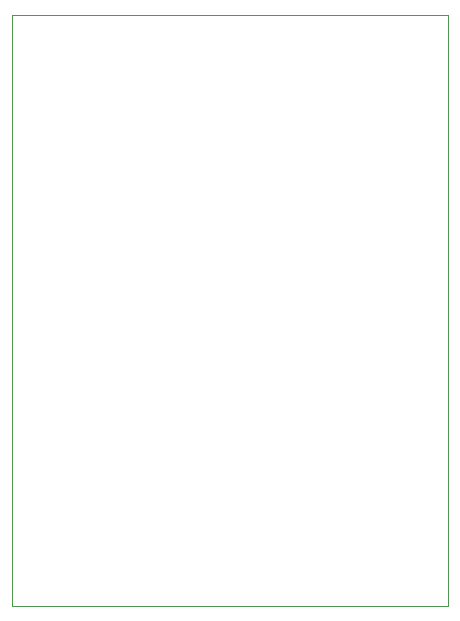
<source format=gm1>
G04 #@! TF.GenerationSoftware,KiCad,Pcbnew,7.0.10-7.0.10~ubuntu23.10.1*
G04 #@! TF.CreationDate,2024-03-11T19:26:57+01:00*
G04 #@! TF.ProjectId,peripherialModule,70657269-7068-4657-9269-616c4d6f6475,rev?*
G04 #@! TF.SameCoordinates,Original*
G04 #@! TF.FileFunction,Profile,NP*
%FSLAX46Y46*%
G04 Gerber Fmt 4.6, Leading zero omitted, Abs format (unit mm)*
G04 Created by KiCad (PCBNEW 7.0.10-7.0.10~ubuntu23.10.1) date 2024-03-11 19:26:57*
%MOMM*%
%LPD*%
G01*
G04 APERTURE LIST*
G04 #@! TA.AperFunction,Profile*
%ADD10C,0.100000*%
G04 #@! TD*
G04 APERTURE END LIST*
D10*
X198603000Y-57150000D02*
X235585000Y-57150000D01*
X235585000Y-107150000D01*
X198603000Y-107150000D01*
X198603000Y-57150000D01*
M02*

</source>
